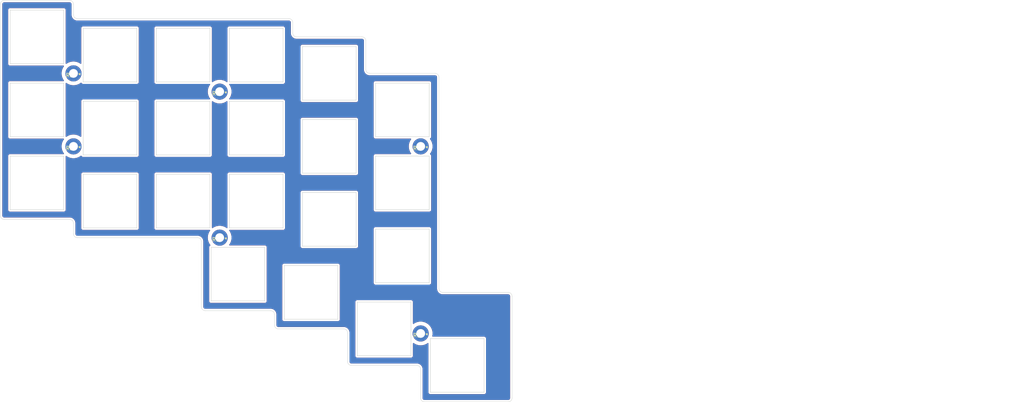
<source format=kicad_pcb>
(kicad_pcb (version 20221018) (generator pcbnew)
  (layers (0 "F.Cu" signal) (31 "B.Cu" signal) (34 "B.Paste" user) (35 "F.Paste" user) (36 "B.SilkS" user "B.Silkscreen") (37 "F.SilkS" user "F.Silkscreen") (38 "B.Mask" user) (39 "F.Mask" user) (44 "Edge.Cuts" user))
  (net 0 "")
  (footprint "kbd:SW_Hole" (layer "F.Cu") (at 123.825 50.00625)
    (fp_text reference "SW6" hide)
    (fp_text value "SW_PUSH" hide)
    (fp_line (start -7 -7) (end -7 7) (stroke (width 0.12)) (layer "Edge.Cuts"))
    (fp_line (start -7 7) (end 7 7) (stroke (width 0.12)) (layer "Edge.Cuts"))
    (fp_line (start 7 -7) (end -7 -7) (stroke (width 0.12)) (layer "Edge.Cuts"))
    (fp_line (start 7 7) (end 7 -7) (stroke (width 0.12)) (layer "Edge.Cuts"))
  )
  (footprint "kbd:SW_Hole" (layer "F.Cu") (at 47.625 54.76875)
    (fp_text reference "SW8" hide)
    (fp_text value "SW_PUSH" hide)
    (fp_line (start -7 -7) (end -7 7) (stroke (width 0.12)) (layer "Edge.Cuts"))
    (fp_line (start -7 7) (end 7 7) (stroke (width 0.12)) (layer "Edge.Cuts"))
    (fp_line (start 7 -7) (end -7 -7) (stroke (width 0.12)) (layer "Edge.Cuts"))
    (fp_line (start 7 7) (end 7 -7) (stroke (width 0.12)) (layer "Edge.Cuts"))
  )
  (footprint "kbd:SW_Hole" (layer "F.Cu") (at 123.825 88.10625)
    (fp_text reference "SW18" hide)
    (fp_text value "SW_PUSH" hide)
    (fp_line (start -7 -7) (end -7 7) (stroke (width 0.12)) (layer "Edge.Cuts"))
    (fp_line (start -7 7) (end 7 7) (stroke (width 0.12)) (layer "Edge.Cuts"))
    (fp_line (start 7 -7) (end -7 -7) (stroke (width 0.12)) (layer "Edge.Cuts"))
    (fp_line (start 7 7) (end 7 -7) (stroke (width 0.12)) (layer "Edge.Cuts"))
  )
  (footprint "kbd:SW_Hole" (layer "F.Cu") (at 119.0625 107.15625)
    (fp_text reference "SW21" hide)
    (fp_text value "SW_PUSH" hide)
    (fp_line (start -7 -7) (end -7 7) (stroke (width 0.12)) (layer "Edge.Cuts"))
    (fp_line (start -7 7) (end 7 7) (stroke (width 0.12)) (layer "Edge.Cuts"))
    (fp_line (start 7 -7) (end -7 -7) (stroke (width 0.12)) (layer "Edge.Cuts"))
    (fp_line (start 7 7) (end 7 -7) (stroke (width 0.12)) (layer "Edge.Cuts"))
  )
  (footprint "kbd:SW_Hole" (layer "F.Cu") (at 138.1125 116.68125)
    (fp_text reference "SW22" hide)
    (fp_text value "SW_PUSH" hide)
    (fp_line (start -7 -7) (end -7 7) (stroke (width 0.12)) (layer "Edge.Cuts"))
    (fp_line (start -7 7) (end 7 7) (stroke (width 0.12)) (layer "Edge.Cuts"))
    (fp_line (start 7 -7) (end -7 -7) (stroke (width 0.12)) (layer "Edge.Cuts"))
    (fp_line (start 7 7) (end 7 -7) (stroke (width 0.12)) (layer "Edge.Cuts"))
  )
  (footprint "kbd:SW_Hole" (layer "F.Cu") (at 104.775 78.58125)
    (fp_text reference "SW17" hide)
    (fp_text value "SW_PUSH" hide)
    (fp_line (start -7 -7) (end -7 7) (stroke (width 0.12)) (layer "Edge.Cuts"))
    (fp_line (start -7 7) (end 7 7) (stroke (width 0.12)) (layer "Edge.Cuts"))
    (fp_line (start 7 -7) (end -7 -7) (stroke (width 0.12)) (layer "Edge.Cuts"))
    (fp_line (start 7 7) (end 7 -7) (stroke (width 0.12)) (layer "Edge.Cuts"))
  )
  (footprint "kbd:M2_Hole_TH" (layer "F.Cu") (at 76.2 45.24375)
    (fp_text reference "Ref**" (at 0 0.5) (layer "F.SilkS"))
    (fp_text value "Val**")
    (pad "" thru_hole circle (at 0 0) (size 4.2 4.2) (drill 2.3) (layers "*.Cu" "*.Mask"))
  )
  (footprint "kbd:M2_Hole_TH" (layer "F.Cu") (at 128.5875 59.53125)
    (fp_text reference "Ref**" (at 0 0.5) (layer "F.SilkS"))
    (fp_text value "Val**")
    (pad "" thru_hole circle (at 0 0) (size 4.2 4.2) (drill 2.3) (layers "*.Cu" "*.Mask"))
  )
  (footprint "kbd:SW_Hole" (layer "F.Cu") (at 80.9625 92.86875)
    (fp_text reference "SW19" hide)
    (fp_text value "SW_PUSH" hide)
    (fp_line (start -7 -7) (end -7 7) (stroke (width 0.12)) (layer "Edge.Cuts"))
    (fp_line (start -7 7) (end 7 7) (stroke (width 0.12)) (layer "Edge.Cuts"))
    (fp_line (start 7 -7) (end -7 -7) (stroke (width 0.12)) (layer "Edge.Cuts"))
    (fp_line (start 7 7) (end 7 -7) (stroke (width 0.12)) (layer "Edge.Cuts"))
  )
  (footprint "kbd:SW_Hole" (layer "F.Cu") (at 28.575 30.95625)
    (fp_text reference "SW1" hide)
    (fp_text value "SW_PUSH" hide)
    (fp_line (start -7 -7) (end -7 7) (stroke (width 0.12)) (layer "Edge.Cuts"))
    (fp_line (start -7 7) (end 7 7) (stroke (width 0.12)) (layer "Edge.Cuts"))
    (fp_line (start 7 -7) (end -7 -7) (stroke (width 0.12)) (layer "Edge.Cuts"))
    (fp_line (start 7 7) (end 7 -7) (stroke (width 0.12)) (layer "Edge.Cuts"))
  )
  (footprint "kbd:SW_Hole" (layer "F.Cu") (at 66.675 35.71875)
    (fp_text reference "SW3" hide)
    (fp_text value "SW_PUSH" hide)
    (fp_line (start -7 -7) (end -7 7) (stroke (width 0.12)) (layer "Edge.Cuts"))
    (fp_line (start -7 7) (end 7 7) (stroke (width 0.12)) (layer "Edge.Cuts"))
    (fp_line (start 7 -7) (end -7 -7) (stroke (width 0.12)) (layer "Edge.Cuts"))
    (fp_line (start 7 7) (end 7 -7) (stroke (width 0.12)) (layer "Edge.Cuts"))
  )
  (footprint "kbd:M2_Hole_TH" (layer "F.Cu") (at 38.1 59.53125)
    (fp_text reference "Ref**" (at 0 0.5) (layer "F.SilkS"))
    (fp_text value "Val**")
    (pad "" thru_hole circle (at 0 0) (size 4.2 4.2) (drill 2.3) (layers "*.Cu" "*.Mask"))
  )
  (footprint "kbd:SW_Hole" (layer "F.Cu") (at 47.625 73.81875)
    (fp_text reference "SW14" hide)
    (fp_text value "SW_PUSH" hide)
    (fp_line (start -7 -7) (end -7 7) (stroke (width 0.12)) (layer "Edge.Cuts"))
    (fp_line (start -7 7) (end 7 7) (stroke (width 0.12)) (layer "Edge.Cuts"))
    (fp_line (start 7 -7) (end -7 -7) (stroke (width 0.12)) (layer "Edge.Cuts"))
    (fp_line (start 7 7) (end 7 -7) (stroke (width 0.12)) (layer "Edge.Cuts"))
  )
  (footprint "kbd:SW_Hole" (layer "F.Cu") (at 85.725 54.76875)
    (fp_text reference "SW10" hide)
    (fp_text value "SW_PUSH" hide)
    (fp_line (start -7 -7) (end -7 7) (stroke (width 0.12)) (layer "Edge.Cuts"))
    (fp_line (start -7 7) (end 7 7) (stroke (width 0.12)) (layer "Edge.Cuts"))
    (fp_line (start 7 -7) (end -7 -7) (stroke (width 0.12)) (layer "Edge.Cuts"))
    (fp_line (start 7 7) (end 7 -7) (stroke (width 0.12)) (layer "Edge.Cuts"))
  )
  (footprint "kbd:SW_Hole" (layer "F.Cu") (at 85.725 73.81875)
    (fp_text reference "SW16" hide)
    (fp_text value "SW_PUSH" hide)
    (fp_line (start -7 -7) (end -7 7) (stroke (width 0.12)) (layer "Edge.Cuts"))
    (fp_line (start -7 7) (end 7 7) (stroke (width 0.12)) (layer "Edge.Cuts"))
    (fp_line (start 7 -7) (end -7 -7) (stroke (width 0.12)) (layer "Edge.Cuts"))
    (fp_line (start 7 7) (end 7 -7) (stroke (width 0.12)) (layer "Edge.Cuts"))
  )
  (footprint "kbd:SW_Hole" (layer "F.Cu") (at 104.775 40.48125)
    (fp_text reference "SW5" hide)
    (fp_text value "SW_PUSH" hide)
    (fp_line (start -7 -7) (end -7 7) (stroke (width 0.12)) (layer "Edge.Cuts"))
    (fp_line (start -7 7) (end 7 7) (stroke (width 0.12)) (layer "Edge.Cuts"))
    (fp_line (start 7 -7) (end -7 -7) (stroke (width 0.12)) (layer "Edge.Cuts"))
    (fp_line (start 7 7) (end 7 -7) (stroke (width 0.12)) (layer "Edge.Cuts"))
  )
  (footprint "kbd:SW_Hole" (layer "F.Cu") (at 100.0125 97.63125)
    (fp_text reference "SW20" hide)
    (fp_text value "SW_PUSH" hide)
    (fp_line (start -7 -7) (end -7 7) (stroke (width 0.12)) (layer "Edge.Cuts"))
    (fp_line (start -7 7) (end 7 7) (stroke (width 0.12)) (layer "Edge.Cuts"))
    (fp_line (start 7 -7) (end -7 -7) (stroke (width 0.12)) (layer "Edge.Cuts"))
    (fp_line (start 7 7) (end 7 -7) (stroke (width 0.12)) (layer "Edge.Cuts"))
  )
  (footprint "kbd:SW_Hole" (layer "F.Cu") (at 104.775 59.53125)
    (fp_text reference "SW11" hide)
    (fp_text value "SW_PUSH" hide)
    (fp_line (start -7 -7) (end -7 7) (stroke (width 0.12)) (layer "Edge.Cuts"))
    (fp_line (start -7 7) (end 7 7) (stroke (width 0.12)) (layer "Edge.Cuts"))
    (fp_line (start 7 -7) (end -7 -7) (stroke (width 0.12)) (layer "Edge.Cuts"))
    (fp_line (start 7 7) (end 7 -7) (stroke (width 0.12)) (layer "Edge.Cuts"))
  )
  (footprint "kbd:SW_Hole" (layer "F.Cu") (at 66.675 54.76875)
    (fp_text reference "SW9" hide)
    (fp_text value "SW_PUSH" hide)
    (fp_line (start -7 -7) (end -7 7) (stroke (width 0.12)) (layer "Edge.Cuts"))
    (fp_line (start -7 7) (end 7 7) (stroke (width 0.12)) (layer "Edge.Cuts"))
    (fp_line (start 7 -7) (end -7 -7) (stroke (width 0.12)) (layer "Edge.Cuts"))
    (fp_line (start 7 7) (end 7 -7) (stroke (width 0.12)) (layer "Edge.Cuts"))
  )
  (footprint "kbd:M2_Hole_TH" (layer "F.Cu") (at 38.1 40.48125)
    (fp_text reference "Ref**" (at 0 0.5) (layer "F.SilkS"))
    (fp_text value "Val**")
    (pad "" thru_hole circle (at 0 0) (size 4.2 4.2) (drill 2.3) (layers "*.Cu" "*.Mask"))
  )
  (footprint "kbd:M2_Hole_TH" (layer "F.Cu") (at 128.5875 108.346875)
    (fp_text reference "Ref**" (at 0 0.5) (layer "F.SilkS"))
    (fp_text value "Val**")
    (pad "" thru_hole circle (at 0 0) (size 4.2 4.2) (drill 2.3) (layers "*.Cu" "*.Mask"))
  )
  (footprint "kbd:SW_Hole" (layer "F.Cu") (at 123.825 69.05625)
    (fp_text reference "SW12" hide)
    (fp_text value "SW_PUSH" hide)
    (fp_line (start -7 -7) (end -7 7) (stroke (width 0.12)) (layer "Edge.Cuts"))
    (fp_line (start -7 7) (end 7 7) (stroke (width 0.12)) (layer "Edge.Cuts"))
    (fp_line (start 7 -7) (end -7 -7) (stroke (width 0.12)) (layer "Edge.Cuts"))
    (fp_line (start 7 7) (end 7 -7) (stroke (width 0.12)) (layer "Edge.Cuts"))
  )
  (footprint "kbd:SW_Hole" (layer "F.Cu") (at 85.725 35.71875)
    (fp_text reference "SW4" hide)
    (fp_text value "SW_PUSH" hide)
    (fp_line (start -7 -7) (end -7 7) (stroke (width 0.12)) (layer "Edge.Cuts"))
    (fp_line (start -7 7) (end 7 7) (stroke (width 0.12)) (layer "Edge.Cuts"))
    (fp_line (start 7 -7) (end -7 -7) (stroke (width 0.12)) (layer "Edge.Cuts"))
    (fp_line (start 7 7) (end 7 -7) (stroke (width 0.12)) (layer "Edge.Cuts"))
  )
  (footprint "kbd:M2_Hole_TH" (layer "F.Cu") (at 76.2 83.34375)
    (fp_text reference "Ref**" (at 0 0.5) (layer "F.SilkS"))
    (fp_text value "Val**")
    (pad "" thru_hole circle (at 0 0) (size 4.2 4.2) (drill 2.3) (layers "*.Cu" "*.Mask"))
  )
  (footprint "kbd:SW_Hole" (layer "F.Cu") (at 28.575 69.05625)
    (fp_text reference "SW13" hide)
    (fp_text value "SW_PUSH" hide)
    (fp_line (start -7 -7) (end -7 7) (stroke (width 0.12)) (layer "Edge.Cuts"))
    (fp_line (start -7 7) (end 7 7) (stroke (width 0.12)) (layer "Edge.Cuts"))
    (fp_line (start 7 -7) (end -7 -7) (stroke (width 0.12)) (layer "Edge.Cuts"))
    (fp_line (start 7 7) (end 7 -7) (stroke (width 0.12)) (layer "Edge.Cuts"))
  )
  (footprint "kbd:SW_Hole" (layer "F.Cu") (at 66.675 73.81875)
    (fp_text reference "SW15" hide)
    (fp_text value "SW_PUSH" hide)
    (fp_line (start -7 -7) (end -7 7) (stroke (width 0.12)) (layer "Edge.Cuts"))
    (fp_line (start -7 7) (end 7 7) (stroke (width 0.12)) (layer "Edge.Cuts"))
    (fp_line (start 7 -7) (end -7 -7) (stroke (width 0.12)) (layer "Edge.Cuts"))
    (fp_line (start 7 7) (end 7 -7) (stroke (width 0.12)) (layer "Edge.Cuts"))
  )
  (footprint "kbd:SW_Hole" (layer "F.Cu") (at 28.575 50.00625)
    (fp_text reference "SW7" hide)
    (fp_text value "SW_PUSH" hide)
    (fp_line (start -7 -7) (end -7 7) (stroke (width 0.12)) (layer "Edge.Cuts"))
    (fp_line (start -7 7) (end 7 7) (stroke (width 0.12)) (layer "Edge.Cuts"))
    (fp_line (start 7 -7) (end -7 -7) (stroke (width 0.12)) (layer "Edge.Cuts"))
    (fp_line (start 7 7) (end 7 -7) (stroke (width 0.12)) (layer "Edge.Cuts"))
  )
  (footprint "kbd:SW_Hole" (layer "F.Cu") (at 47.625 35.71875)
    (fp_text reference "SW2" hide)
    (fp_text value "SW_PUSH" hide)
    (fp_line (start -7 -7) (end -7 7) (stroke (width 0.12)) (layer "Edge.Cuts"))
    (fp_line (start -7 7) (end 7 7) (stroke (width 0.12)) (layer "Edge.Cuts"))
    (fp_line (start 7 -7) (end -7 -7) (stroke (width 0.12)) (layer "Edge.Cuts"))
    (fp_line (start 7 7) (end 7 -7) (stroke (width 0.12)) (layer "Edge.Cuts"))
  )
  (gr_arc (start 20.05 78.58125) (mid 19.342893 78.288357) (end 19.05 77.58125) (stroke (width 0.1)) (layer "Edge.Cuts"))
  (gr_line (start 38.1 79.58125) (end 38.1 82.34375) (stroke (width 0.1)) (layer "Edge.Cuts"))
  (gr_arc (start 110.5375 116.68125) (mid 109.830393 116.388357) (end 109.5375 115.68125) (stroke (width 0.1)) (layer "Edge.Cuts"))
  (gr_arc (start 134.35 97.63125) (mid 133.642911 97.338354) (end 133.35 96.63125) (stroke (width 0.1)) (layer "Edge.Cuts"))
  (gr_line (start 38.1 22.43125) (end 38.1 25.19375) (stroke (width 0.1)) (layer "Edge.Cuts"))
  (gr_line (start 114.3 31.95625) (end 114.3 39.48125) (stroke (width 0.1)) (layer "Edge.Cuts"))
  (gr_line (start 90.4875 103.39375) (end 90.4875 106.15625) (stroke (width 0.1)) (layer "Edge.Cuts"))
  (gr_line (start 134.35 97.63125) (end 151.4 97.63125) (stroke (width 0.1)) (layer "Edge.Cuts"))
  (gr_arc (start 72.4375 102.39375) (mid 71.730411 102.100854) (end 71.4375 101.39375) (stroke (width 0.1)) (layer "Edge.Cuts"))
  (gr_arc (start 37.1 78.58125) (mid 37.807107 78.874143) (end 38.1 79.58125) (stroke (width 0.1)) (layer "Edge.Cuts"))
  (gr_arc (start 108.5375 107.15625) (mid 109.244589 107.449146) (end 109.5375 108.15625) (stroke (width 0.1)) (layer "Edge.Cuts"))
  (gr_line (start 20.05 78.58125) (end 37.1 78.58125) (stroke (width 0.1)) (layer "Edge.Cuts"))
  (gr_line (start 39.1 26.19375) (end 94.25 26.19375) (stroke (width 0.1)) (layer "Edge.Cuts"))
  (gr_line (start 37.1 21.43125) (end 20.05 21.43125) (stroke (width 0.1)) (layer "Edge.Cuts"))
  (gr_line (start 109.5375 108.15625) (end 109.5375 115.68125) (stroke (width 0.1)) (layer "Edge.Cuts"))
  (gr_line (start 91.4875 107.15625) (end 108.5375 107.15625) (stroke (width 0.1)) (layer "Edge.Cuts"))
  (gr_arc (start 37.1 21.43125) (mid 37.807089 21.724146) (end 38.1 22.43125) (stroke (width 0.1)) (layer "Edge.Cuts"))
  (gr_arc (start 151.4 97.63125) (mid 152.107089 97.924146) (end 152.4 98.63125) (stroke (width 0.1)) (layer "Edge.Cuts"))
  (gr_line (start 95.25 27.19375) (end 95.25 29.95625) (stroke (width 0.1)) (layer "Edge.Cuts"))
  (gr_arc (start 152.4 125.20625) (mid 152.107124 125.913389) (end 151.4 126.20625) (stroke (width 0.1)) (layer "Edge.Cuts"))
  (gr_line (start 133.35 41.48125) (end 133.35 96.63125) (stroke (width 0.1)) (layer "Edge.Cuts"))
  (gr_line (start 39.1 83.34375) (end 70.4375 83.34375) (stroke (width 0.1)) (layer "Edge.Cuts"))
  (gr_line (start 128.5875 117.68125) (end 128.5875 125.20625) (stroke (width 0.1)) (layer "Edge.Cuts"))
  (gr_line (start 96.25 30.95625) (end 113.3 30.95625) (stroke (width 0.1)) (layer "Edge.Cuts"))
  (gr_arc (start 127.5875 116.68125) (mid 128.294607 116.974143) (end 128.5875 117.68125) (stroke (width 0.1)) (layer "Edge.Cuts"))
  (gr_line (start 72.4375 102.39375) (end 89.4875 102.39375) (stroke (width 0.1)) (layer "Edge.Cuts"))
  (gr_arc (start 39.1 83.34375) (mid 38.392893 83.050857) (end 38.1 82.34375) (stroke (width 0.1)) (layer "Edge.Cuts"))
  (gr_arc (start 129.5875 126.20625) (mid 128.880393 125.913357) (end 128.5875 125.20625) (stroke (width 0.1)) (layer "Edge.Cuts"))
  (gr_line (start 115.3 40.48125) (end 132.35 40.48125) (stroke (width 0.1)) (layer "Edge.Cuts"))
  (gr_arc (start 96.25 30.95625) (mid 95.542893 30.663357) (end 95.25 29.95625) (stroke (width 0.1)) (layer "Edge.Cuts"))
  (gr_arc (start 89.4875 102.39375) (mid 90.194607 102.686643) (end 90.4875 103.39375) (stroke (width 0.1)) (layer "Edge.Cuts"))
  (gr_line (start 110.5375 116.68125) (end 127.5875 116.68125) (stroke (width 0.1)) (layer "Edge.Cuts"))
  (gr_arc (start 91.4875 107.15625) (mid 90.780393 106.863357) (end 90.4875 106.15625) (stroke (width 0.1)) (layer "Edge.Cuts"))
  (gr_arc (start 39.1 26.19375) (mid 38.392893 25.900857) (end 38.1 25.19375) (stroke (width 0.1)) (layer "Edge.Cuts"))
  (gr_line (start 71.4375 84.34375) (end 71.4375 101.39375) (stroke (width 0.1)) (layer "Edge.Cuts"))
  (gr_arc (start 19.05 22.43125) (mid 19.342876 21.724111) (end 20.05 21.43125) (stroke (width 0.1)) (layer "Edge.Cuts"))
  (gr_arc (start 115.3 40.48125) (mid 114.592911 40.188354) (end 114.3 39.48125) (stroke (width 0.1)) (layer "Edge.Cuts"))
  (gr_line (start 129.5875 126.20625) (end 151.4 126.20625) (stroke (width 0.1)) (layer "Edge.Cuts"))
  (gr_line (start 19.05 22.43125) (end 19.05 77.58125) (stroke (width 0.1)) (layer "Edge.Cuts"))
  (gr_arc (start 70.4375 83.34375) (mid 71.144607 83.636643) (end 71.4375 84.34375) (stroke (width 0.1)) (layer "Edge.Cuts"))
  (gr_arc (start 113.3 30.95625) (mid 114.007089 31.249146) (end 114.3 31.95625) (stroke (width 0.1)) (layer "Edge.Cuts"))
  (gr_arc (start 94.25 26.19375) (mid 94.957107 26.486643) (end 95.25 27.19375) (stroke (width 0.1)) (layer "Edge.Cuts"))
  (gr_line (start 152.4 125.20625) (end 152.4 98.63125) (stroke (width 0.1)) (layer "Edge.Cuts"))
  (gr_arc (start 132.35 40.48125) (mid 133.057107 40.774143) (end 133.35 41.48125) (stroke (width 0.1)) (layer "Edge.Cuts"))
  (zone (net 0) (net_name "") (layers "F&B.Cu") (connect_pads (clearance 1)) (min_thickness 0.25) (fill yes (thermal_gap 0.5) (thermal_bridge_width 0.5) (island_removal_mode 1) (island_area_min 10))
    (polygon (pts (xy 133.35 40.48125) (xy 114.3 40.48125) (xy 114.3 30.95625) (xy 95.25 30.95625) (xy 95.25 26.19375) (xy 38.1 26.19375) (xy 38.1 21.43125) (xy 19.05 21.43125) (xy 19.05 78.58125) (xy 38.1 78.58125) (xy 38.1 83.34375) (xy 71.4375 83.34375) (xy 71.4375 102.39375) (xy 90.4875 102.39375) (xy 90.4875 107.15625) (xy 109.5375 107.15625) (xy 109.5375 116.68125) (xy 128.5875 116.68125) (xy 128.5875 126.20625) (xy 152.4 126.20625) (xy 152.4 97.63125) (xy 133.35 97.63125)))
  )
)
</source>
